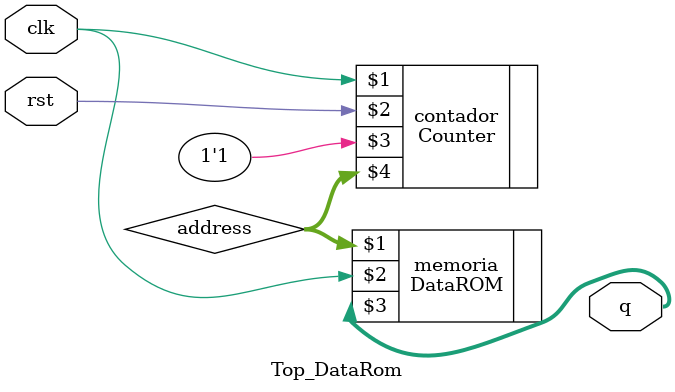
<source format=sv>
module Top_DataRom (input clk, input rst, output [7:0] q);

	logic [7:0] address;
	
	Counter contador (clk,rst,1'b1,address);
	
	DataROM memoria (address,clk,q);
	


endmodule  
</source>
